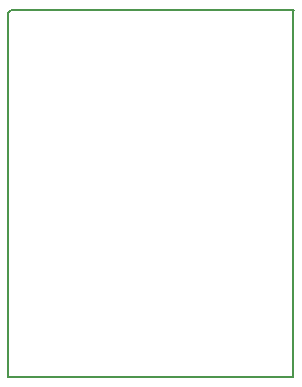
<source format=gm1>
G04 Layer_Color=16711935*
%FSLAX44Y44*%
%MOMM*%
G71*
G01*
G75*
%ADD17C,0.1270*%
D17*
X0Y1270D02*
Y309880D01*
X2540Y312420D01*
X242570D01*
X241300Y311150D02*
X242570Y312420D01*
X241300Y1270D02*
Y311150D01*
X0Y1270D02*
X241300D01*
M02*

</source>
